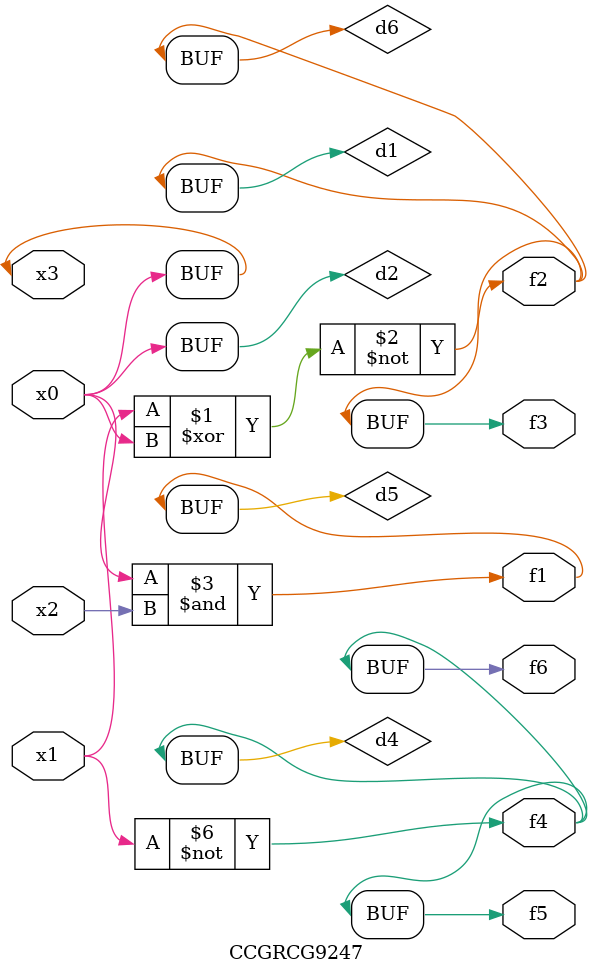
<source format=v>
module CCGRCG9247(
	input x0, x1, x2, x3,
	output f1, f2, f3, f4, f5, f6
);

	wire d1, d2, d3, d4, d5, d6;

	xnor (d1, x1, x3);
	buf (d2, x0, x3);
	nand (d3, x0, x2);
	not (d4, x1);
	nand (d5, d3);
	or (d6, d1);
	assign f1 = d5;
	assign f2 = d6;
	assign f3 = d6;
	assign f4 = d4;
	assign f5 = d4;
	assign f6 = d4;
endmodule

</source>
